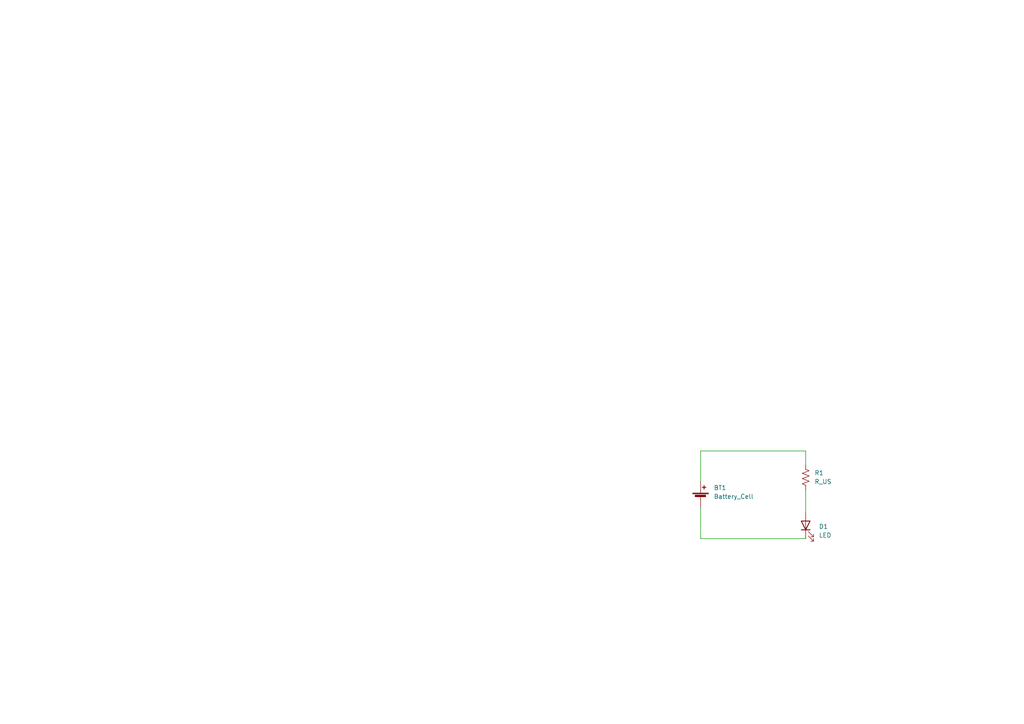
<source format=kicad_sch>
(kicad_sch (version 20211123) (generator eeschema)

  (uuid 9538e4ed-27e6-4c37-b989-9859dc0d49e8)

  (paper "A4")

  (title_block
    (title "Lab2_Plamena_Georgieva_95(b)")
    (date "2024-10-18")
    (rev "0")
  )

  (lib_symbols
    (symbol "Device:Battery_Cell" (pin_numbers hide) (pin_names (offset 0) hide) (in_bom yes) (on_board yes)
      (property "Reference" "BT" (id 0) (at 2.54 2.54 0)
        (effects (font (size 1.27 1.27)) (justify left))
      )
      (property "Value" "Battery_Cell" (id 1) (at 2.54 0 0)
        (effects (font (size 1.27 1.27)) (justify left))
      )
      (property "Footprint" "" (id 2) (at 0 1.524 90)
        (effects (font (size 1.27 1.27)) hide)
      )
      (property "Datasheet" "~" (id 3) (at 0 1.524 90)
        (effects (font (size 1.27 1.27)) hide)
      )
      (property "ki_keywords" "battery cell" (id 4) (at 0 0 0)
        (effects (font (size 1.27 1.27)) hide)
      )
      (property "ki_description" "Single-cell battery" (id 5) (at 0 0 0)
        (effects (font (size 1.27 1.27)) hide)
      )
      (symbol "Battery_Cell_0_1"
        (rectangle (start -2.286 1.778) (end 2.286 1.524)
          (stroke (width 0) (type default) (color 0 0 0 0))
          (fill (type outline))
        )
        (rectangle (start -1.5748 1.1938) (end 1.4732 0.6858)
          (stroke (width 0) (type default) (color 0 0 0 0))
          (fill (type outline))
        )
        (polyline
          (pts
            (xy 0 0.762)
            (xy 0 0)
          )
          (stroke (width 0) (type default) (color 0 0 0 0))
          (fill (type none))
        )
        (polyline
          (pts
            (xy 0 1.778)
            (xy 0 2.54)
          )
          (stroke (width 0) (type default) (color 0 0 0 0))
          (fill (type none))
        )
        (polyline
          (pts
            (xy 0.508 3.429)
            (xy 1.524 3.429)
          )
          (stroke (width 0.254) (type default) (color 0 0 0 0))
          (fill (type none))
        )
        (polyline
          (pts
            (xy 1.016 3.937)
            (xy 1.016 2.921)
          )
          (stroke (width 0.254) (type default) (color 0 0 0 0))
          (fill (type none))
        )
      )
      (symbol "Battery_Cell_1_1"
        (pin passive line (at 0 5.08 270) (length 2.54)
          (name "+" (effects (font (size 1.27 1.27))))
          (number "1" (effects (font (size 1.27 1.27))))
        )
        (pin passive line (at 0 -2.54 90) (length 2.54)
          (name "-" (effects (font (size 1.27 1.27))))
          (number "2" (effects (font (size 1.27 1.27))))
        )
      )
    )
    (symbol "Device:LED" (pin_numbers hide) (pin_names (offset 1.016) hide) (in_bom yes) (on_board yes)
      (property "Reference" "D" (id 0) (at 0 2.54 0)
        (effects (font (size 1.27 1.27)))
      )
      (property "Value" "LED" (id 1) (at 0 -2.54 0)
        (effects (font (size 1.27 1.27)))
      )
      (property "Footprint" "" (id 2) (at 0 0 0)
        (effects (font (size 1.27 1.27)) hide)
      )
      (property "Datasheet" "~" (id 3) (at 0 0 0)
        (effects (font (size 1.27 1.27)) hide)
      )
      (property "ki_keywords" "LED diode" (id 4) (at 0 0 0)
        (effects (font (size 1.27 1.27)) hide)
      )
      (property "ki_description" "Light emitting diode" (id 5) (at 0 0 0)
        (effects (font (size 1.27 1.27)) hide)
      )
      (property "ki_fp_filters" "LED* LED_SMD:* LED_THT:*" (id 6) (at 0 0 0)
        (effects (font (size 1.27 1.27)) hide)
      )
      (symbol "LED_0_1"
        (polyline
          (pts
            (xy -1.27 -1.27)
            (xy -1.27 1.27)
          )
          (stroke (width 0.254) (type default) (color 0 0 0 0))
          (fill (type none))
        )
        (polyline
          (pts
            (xy -1.27 0)
            (xy 1.27 0)
          )
          (stroke (width 0) (type default) (color 0 0 0 0))
          (fill (type none))
        )
        (polyline
          (pts
            (xy 1.27 -1.27)
            (xy 1.27 1.27)
            (xy -1.27 0)
            (xy 1.27 -1.27)
          )
          (stroke (width 0.254) (type default) (color 0 0 0 0))
          (fill (type none))
        )
        (polyline
          (pts
            (xy -3.048 -0.762)
            (xy -4.572 -2.286)
            (xy -3.81 -2.286)
            (xy -4.572 -2.286)
            (xy -4.572 -1.524)
          )
          (stroke (width 0) (type default) (color 0 0 0 0))
          (fill (type none))
        )
        (polyline
          (pts
            (xy -1.778 -0.762)
            (xy -3.302 -2.286)
            (xy -2.54 -2.286)
            (xy -3.302 -2.286)
            (xy -3.302 -1.524)
          )
          (stroke (width 0) (type default) (color 0 0 0 0))
          (fill (type none))
        )
      )
      (symbol "LED_1_1"
        (pin passive line (at -3.81 0 0) (length 2.54)
          (name "K" (effects (font (size 1.27 1.27))))
          (number "1" (effects (font (size 1.27 1.27))))
        )
        (pin passive line (at 3.81 0 180) (length 2.54)
          (name "A" (effects (font (size 1.27 1.27))))
          (number "2" (effects (font (size 1.27 1.27))))
        )
      )
    )
    (symbol "Device:R_US" (pin_numbers hide) (pin_names (offset 0)) (in_bom yes) (on_board yes)
      (property "Reference" "R" (id 0) (at 2.54 0 90)
        (effects (font (size 1.27 1.27)))
      )
      (property "Value" "R_US" (id 1) (at -2.54 0 90)
        (effects (font (size 1.27 1.27)))
      )
      (property "Footprint" "" (id 2) (at 1.016 -0.254 90)
        (effects (font (size 1.27 1.27)) hide)
      )
      (property "Datasheet" "~" (id 3) (at 0 0 0)
        (effects (font (size 1.27 1.27)) hide)
      )
      (property "ki_keywords" "R res resistor" (id 4) (at 0 0 0)
        (effects (font (size 1.27 1.27)) hide)
      )
      (property "ki_description" "Resistor, US symbol" (id 5) (at 0 0 0)
        (effects (font (size 1.27 1.27)) hide)
      )
      (property "ki_fp_filters" "R_*" (id 6) (at 0 0 0)
        (effects (font (size 1.27 1.27)) hide)
      )
      (symbol "R_US_0_1"
        (polyline
          (pts
            (xy 0 -2.286)
            (xy 0 -2.54)
          )
          (stroke (width 0) (type default) (color 0 0 0 0))
          (fill (type none))
        )
        (polyline
          (pts
            (xy 0 2.286)
            (xy 0 2.54)
          )
          (stroke (width 0) (type default) (color 0 0 0 0))
          (fill (type none))
        )
        (polyline
          (pts
            (xy 0 -0.762)
            (xy 1.016 -1.143)
            (xy 0 -1.524)
            (xy -1.016 -1.905)
            (xy 0 -2.286)
          )
          (stroke (width 0) (type default) (color 0 0 0 0))
          (fill (type none))
        )
        (polyline
          (pts
            (xy 0 0.762)
            (xy 1.016 0.381)
            (xy 0 0)
            (xy -1.016 -0.381)
            (xy 0 -0.762)
          )
          (stroke (width 0) (type default) (color 0 0 0 0))
          (fill (type none))
        )
        (polyline
          (pts
            (xy 0 2.286)
            (xy 1.016 1.905)
            (xy 0 1.524)
            (xy -1.016 1.143)
            (xy 0 0.762)
          )
          (stroke (width 0) (type default) (color 0 0 0 0))
          (fill (type none))
        )
      )
      (symbol "R_US_1_1"
        (pin passive line (at 0 3.81 270) (length 1.27)
          (name "~" (effects (font (size 1.27 1.27))))
          (number "1" (effects (font (size 1.27 1.27))))
        )
        (pin passive line (at 0 -3.81 90) (length 1.27)
          (name "~" (effects (font (size 1.27 1.27))))
          (number "2" (effects (font (size 1.27 1.27))))
        )
      )
    )
  )


  (wire (pts (xy 233.68 130.81) (xy 233.68 134.62))
    (stroke (width 0) (type default) (color 0 0 0 0))
    (uuid 0c40303a-2077-46b3-8335-0cd7f08cd319)
  )
  (wire (pts (xy 233.68 142.24) (xy 233.68 148.59))
    (stroke (width 0) (type default) (color 0 0 0 0))
    (uuid 11040e2c-48c3-4f50-a6e0-d5a89f1c2a43)
  )
  (wire (pts (xy 233.68 156.21) (xy 203.2 156.21))
    (stroke (width 0) (type default) (color 0 0 0 0))
    (uuid 2f5a104c-d78f-4114-848d-ad0f0e0a8856)
  )
  (wire (pts (xy 203.2 130.81) (xy 233.68 130.81))
    (stroke (width 0) (type default) (color 0 0 0 0))
    (uuid 4d5a8408-8e4c-489e-b002-657730ecf6e2)
  )
  (wire (pts (xy 203.2 130.81) (xy 203.2 139.7))
    (stroke (width 0) (type default) (color 0 0 0 0))
    (uuid 7402a047-3fe4-40d0-8ac1-bbeb2a809bd8)
  )
  (wire (pts (xy 203.2 156.21) (xy 203.2 147.32))
    (stroke (width 0) (type default) (color 0 0 0 0))
    (uuid d9d94458-2a69-44d4-b813-57283276a122)
  )

  (symbol (lib_id "Device:LED") (at 233.68 152.4 90) (unit 1)
    (in_bom yes) (on_board yes) (fields_autoplaced)
    (uuid 33b4dc87-d23a-4997-8b3d-76bbaa6cb0ef)
    (property "Reference" "D1" (id 0) (at 237.49 152.7174 90)
      (effects (font (size 1.27 1.27)) (justify right))
    )
    (property "Value" "LED" (id 1) (at 237.49 155.2574 90)
      (effects (font (size 1.27 1.27)) (justify right))
    )
    (property "Footprint" "" (id 2) (at 233.68 152.4 0)
      (effects (font (size 1.27 1.27)) hide)
    )
    (property "Datasheet" "~" (id 3) (at 233.68 152.4 0)
      (effects (font (size 1.27 1.27)) hide)
    )
    (pin "1" (uuid c2446aa4-101e-4bfd-8322-61b12be179bc))
    (pin "2" (uuid be20703b-1e59-4c78-b4ab-5c4a215643c7))
  )

  (symbol (lib_id "Device:R_US") (at 233.68 138.43 180) (unit 1)
    (in_bom yes) (on_board yes) (fields_autoplaced)
    (uuid 99a3d57e-f690-43c3-9d63-0d6a1a2448f2)
    (property "Reference" "R1" (id 0) (at 236.22 137.1599 0)
      (effects (font (size 1.27 1.27)) (justify right))
    )
    (property "Value" "R_US" (id 1) (at 236.22 139.6999 0)
      (effects (font (size 1.27 1.27)) (justify right))
    )
    (property "Footprint" "" (id 2) (at 232.664 138.176 90)
      (effects (font (size 1.27 1.27)) hide)
    )
    (property "Datasheet" "~" (id 3) (at 233.68 138.43 0)
      (effects (font (size 1.27 1.27)) hide)
    )
    (pin "1" (uuid b02f6423-1a09-47dc-9704-077bacf2b269))
    (pin "2" (uuid 333d9e10-e219-42f3-849b-d5ddd5623af9))
  )

  (symbol (lib_id "Device:Battery_Cell") (at 203.2 144.78 0) (unit 1)
    (in_bom yes) (on_board yes) (fields_autoplaced)
    (uuid d111cf52-884c-43b5-97af-3858ea037080)
    (property "Reference" "BT1" (id 0) (at 207.01 141.4779 0)
      (effects (font (size 1.27 1.27)) (justify left))
    )
    (property "Value" "Battery_Cell" (id 1) (at 207.01 144.0179 0)
      (effects (font (size 1.27 1.27)) (justify left))
    )
    (property "Footprint" "" (id 2) (at 203.2 143.256 90)
      (effects (font (size 1.27 1.27)) hide)
    )
    (property "Datasheet" "~" (id 3) (at 203.2 143.256 90)
      (effects (font (size 1.27 1.27)) hide)
    )
    (pin "1" (uuid 3179ef1b-faa6-4773-ac15-5874e7722161))
    (pin "2" (uuid 21a1c133-f7c0-4c55-bfae-87489f29c903))
  )

  (sheet_instances
    (path "/" (page "1"))
  )

  (symbol_instances
    (path "/d111cf52-884c-43b5-97af-3858ea037080"
      (reference "BT1") (unit 1) (value "Battery_Cell") (footprint "")
    )
    (path "/33b4dc87-d23a-4997-8b3d-76bbaa6cb0ef"
      (reference "D1") (unit 1) (value "LED") (footprint "")
    )
    (path "/99a3d57e-f690-43c3-9d63-0d6a1a2448f2"
      (reference "R1") (unit 1) (value "R_US") (footprint "")
    )
  )
)

</source>
